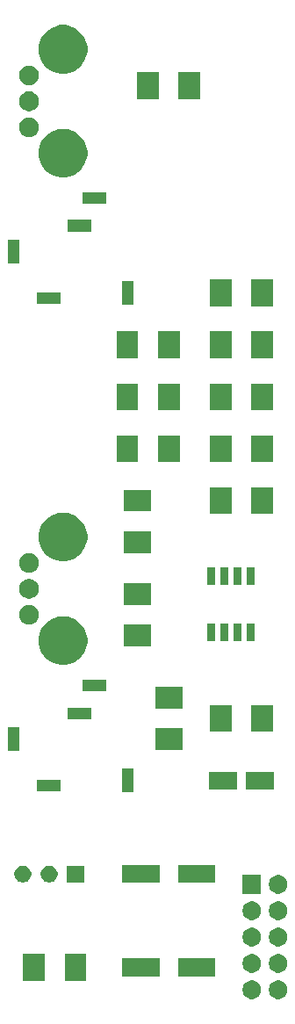
<source format=gbr>
G04 #@! TF.GenerationSoftware,KiCad,Pcbnew,(5.1.5)-3*
G04 #@! TF.CreationDate,2020-08-14T09:08:36-07:00*
G04 #@! TF.ProjectId,Noise_Gen,4e6f6973-655f-4476-956e-2e6b69636164,rev?*
G04 #@! TF.SameCoordinates,Original*
G04 #@! TF.FileFunction,Soldermask,Top*
G04 #@! TF.FilePolarity,Negative*
%FSLAX46Y46*%
G04 Gerber Fmt 4.6, Leading zero omitted, Abs format (unit mm)*
G04 Created by KiCad (PCBNEW (5.1.5)-3) date 2020-08-14 09:08:36*
%MOMM*%
%LPD*%
G04 APERTURE LIST*
%ADD10C,0.100000*%
G04 APERTURE END LIST*
D10*
G36*
X27653512Y-96263927D02*
G01*
X27802812Y-96293624D01*
X27966784Y-96361544D01*
X28114354Y-96460147D01*
X28239853Y-96585646D01*
X28338456Y-96733216D01*
X28406376Y-96897188D01*
X28441000Y-97071259D01*
X28441000Y-97248741D01*
X28406376Y-97422812D01*
X28338456Y-97586784D01*
X28239853Y-97734354D01*
X28114354Y-97859853D01*
X27966784Y-97958456D01*
X27802812Y-98026376D01*
X27653512Y-98056073D01*
X27628742Y-98061000D01*
X27451258Y-98061000D01*
X27426488Y-98056073D01*
X27277188Y-98026376D01*
X27113216Y-97958456D01*
X26965646Y-97859853D01*
X26840147Y-97734354D01*
X26741544Y-97586784D01*
X26673624Y-97422812D01*
X26639000Y-97248741D01*
X26639000Y-97071259D01*
X26673624Y-96897188D01*
X26741544Y-96733216D01*
X26840147Y-96585646D01*
X26965646Y-96460147D01*
X27113216Y-96361544D01*
X27277188Y-96293624D01*
X27426488Y-96263927D01*
X27451258Y-96259000D01*
X27628742Y-96259000D01*
X27653512Y-96263927D01*
G37*
G36*
X25113512Y-96263927D02*
G01*
X25262812Y-96293624D01*
X25426784Y-96361544D01*
X25574354Y-96460147D01*
X25699853Y-96585646D01*
X25798456Y-96733216D01*
X25866376Y-96897188D01*
X25901000Y-97071259D01*
X25901000Y-97248741D01*
X25866376Y-97422812D01*
X25798456Y-97586784D01*
X25699853Y-97734354D01*
X25574354Y-97859853D01*
X25426784Y-97958456D01*
X25262812Y-98026376D01*
X25113512Y-98056073D01*
X25088742Y-98061000D01*
X24911258Y-98061000D01*
X24886488Y-98056073D01*
X24737188Y-98026376D01*
X24573216Y-97958456D01*
X24425646Y-97859853D01*
X24300147Y-97734354D01*
X24201544Y-97586784D01*
X24133624Y-97422812D01*
X24099000Y-97248741D01*
X24099000Y-97071259D01*
X24133624Y-96897188D01*
X24201544Y-96733216D01*
X24300147Y-96585646D01*
X24425646Y-96460147D01*
X24573216Y-96361544D01*
X24737188Y-96293624D01*
X24886488Y-96263927D01*
X24911258Y-96259000D01*
X25088742Y-96259000D01*
X25113512Y-96263927D01*
G37*
G36*
X9051000Y-96301000D02*
G01*
X6949000Y-96301000D01*
X6949000Y-93699000D01*
X9051000Y-93699000D01*
X9051000Y-96301000D01*
G37*
G36*
X5051000Y-96301000D02*
G01*
X2949000Y-96301000D01*
X2949000Y-93699000D01*
X5051000Y-93699000D01*
X5051000Y-96301000D01*
G37*
G36*
X16101000Y-95851000D02*
G01*
X12499000Y-95851000D01*
X12499000Y-94149000D01*
X16101000Y-94149000D01*
X16101000Y-95851000D01*
G37*
G36*
X21501000Y-95851000D02*
G01*
X17899000Y-95851000D01*
X17899000Y-94149000D01*
X21501000Y-94149000D01*
X21501000Y-95851000D01*
G37*
G36*
X25113512Y-93723927D02*
G01*
X25262812Y-93753624D01*
X25426784Y-93821544D01*
X25574354Y-93920147D01*
X25699853Y-94045646D01*
X25798456Y-94193216D01*
X25866376Y-94357188D01*
X25901000Y-94531259D01*
X25901000Y-94708741D01*
X25866376Y-94882812D01*
X25798456Y-95046784D01*
X25699853Y-95194354D01*
X25574354Y-95319853D01*
X25426784Y-95418456D01*
X25262812Y-95486376D01*
X25113512Y-95516073D01*
X25088742Y-95521000D01*
X24911258Y-95521000D01*
X24886488Y-95516073D01*
X24737188Y-95486376D01*
X24573216Y-95418456D01*
X24425646Y-95319853D01*
X24300147Y-95194354D01*
X24201544Y-95046784D01*
X24133624Y-94882812D01*
X24099000Y-94708741D01*
X24099000Y-94531259D01*
X24133624Y-94357188D01*
X24201544Y-94193216D01*
X24300147Y-94045646D01*
X24425646Y-93920147D01*
X24573216Y-93821544D01*
X24737188Y-93753624D01*
X24886488Y-93723927D01*
X24911258Y-93719000D01*
X25088742Y-93719000D01*
X25113512Y-93723927D01*
G37*
G36*
X27653512Y-93723927D02*
G01*
X27802812Y-93753624D01*
X27966784Y-93821544D01*
X28114354Y-93920147D01*
X28239853Y-94045646D01*
X28338456Y-94193216D01*
X28406376Y-94357188D01*
X28441000Y-94531259D01*
X28441000Y-94708741D01*
X28406376Y-94882812D01*
X28338456Y-95046784D01*
X28239853Y-95194354D01*
X28114354Y-95319853D01*
X27966784Y-95418456D01*
X27802812Y-95486376D01*
X27653512Y-95516073D01*
X27628742Y-95521000D01*
X27451258Y-95521000D01*
X27426488Y-95516073D01*
X27277188Y-95486376D01*
X27113216Y-95418456D01*
X26965646Y-95319853D01*
X26840147Y-95194354D01*
X26741544Y-95046784D01*
X26673624Y-94882812D01*
X26639000Y-94708741D01*
X26639000Y-94531259D01*
X26673624Y-94357188D01*
X26741544Y-94193216D01*
X26840147Y-94045646D01*
X26965646Y-93920147D01*
X27113216Y-93821544D01*
X27277188Y-93753624D01*
X27426488Y-93723927D01*
X27451258Y-93719000D01*
X27628742Y-93719000D01*
X27653512Y-93723927D01*
G37*
G36*
X25113512Y-91183927D02*
G01*
X25262812Y-91213624D01*
X25426784Y-91281544D01*
X25574354Y-91380147D01*
X25699853Y-91505646D01*
X25798456Y-91653216D01*
X25866376Y-91817188D01*
X25901000Y-91991259D01*
X25901000Y-92168741D01*
X25866376Y-92342812D01*
X25798456Y-92506784D01*
X25699853Y-92654354D01*
X25574354Y-92779853D01*
X25426784Y-92878456D01*
X25262812Y-92946376D01*
X25113512Y-92976073D01*
X25088742Y-92981000D01*
X24911258Y-92981000D01*
X24886488Y-92976073D01*
X24737188Y-92946376D01*
X24573216Y-92878456D01*
X24425646Y-92779853D01*
X24300147Y-92654354D01*
X24201544Y-92506784D01*
X24133624Y-92342812D01*
X24099000Y-92168741D01*
X24099000Y-91991259D01*
X24133624Y-91817188D01*
X24201544Y-91653216D01*
X24300147Y-91505646D01*
X24425646Y-91380147D01*
X24573216Y-91281544D01*
X24737188Y-91213624D01*
X24886488Y-91183927D01*
X24911258Y-91179000D01*
X25088742Y-91179000D01*
X25113512Y-91183927D01*
G37*
G36*
X27653512Y-91183927D02*
G01*
X27802812Y-91213624D01*
X27966784Y-91281544D01*
X28114354Y-91380147D01*
X28239853Y-91505646D01*
X28338456Y-91653216D01*
X28406376Y-91817188D01*
X28441000Y-91991259D01*
X28441000Y-92168741D01*
X28406376Y-92342812D01*
X28338456Y-92506784D01*
X28239853Y-92654354D01*
X28114354Y-92779853D01*
X27966784Y-92878456D01*
X27802812Y-92946376D01*
X27653512Y-92976073D01*
X27628742Y-92981000D01*
X27451258Y-92981000D01*
X27426488Y-92976073D01*
X27277188Y-92946376D01*
X27113216Y-92878456D01*
X26965646Y-92779853D01*
X26840147Y-92654354D01*
X26741544Y-92506784D01*
X26673624Y-92342812D01*
X26639000Y-92168741D01*
X26639000Y-91991259D01*
X26673624Y-91817188D01*
X26741544Y-91653216D01*
X26840147Y-91505646D01*
X26965646Y-91380147D01*
X27113216Y-91281544D01*
X27277188Y-91213624D01*
X27426488Y-91183927D01*
X27451258Y-91179000D01*
X27628742Y-91179000D01*
X27653512Y-91183927D01*
G37*
G36*
X25113512Y-88643927D02*
G01*
X25262812Y-88673624D01*
X25426784Y-88741544D01*
X25574354Y-88840147D01*
X25699853Y-88965646D01*
X25798456Y-89113216D01*
X25866376Y-89277188D01*
X25901000Y-89451259D01*
X25901000Y-89628741D01*
X25866376Y-89802812D01*
X25798456Y-89966784D01*
X25699853Y-90114354D01*
X25574354Y-90239853D01*
X25426784Y-90338456D01*
X25262812Y-90406376D01*
X25113512Y-90436073D01*
X25088742Y-90441000D01*
X24911258Y-90441000D01*
X24886488Y-90436073D01*
X24737188Y-90406376D01*
X24573216Y-90338456D01*
X24425646Y-90239853D01*
X24300147Y-90114354D01*
X24201544Y-89966784D01*
X24133624Y-89802812D01*
X24099000Y-89628741D01*
X24099000Y-89451259D01*
X24133624Y-89277188D01*
X24201544Y-89113216D01*
X24300147Y-88965646D01*
X24425646Y-88840147D01*
X24573216Y-88741544D01*
X24737188Y-88673624D01*
X24886488Y-88643927D01*
X24911258Y-88639000D01*
X25088742Y-88639000D01*
X25113512Y-88643927D01*
G37*
G36*
X27653512Y-88643927D02*
G01*
X27802812Y-88673624D01*
X27966784Y-88741544D01*
X28114354Y-88840147D01*
X28239853Y-88965646D01*
X28338456Y-89113216D01*
X28406376Y-89277188D01*
X28441000Y-89451259D01*
X28441000Y-89628741D01*
X28406376Y-89802812D01*
X28338456Y-89966784D01*
X28239853Y-90114354D01*
X28114354Y-90239853D01*
X27966784Y-90338456D01*
X27802812Y-90406376D01*
X27653512Y-90436073D01*
X27628742Y-90441000D01*
X27451258Y-90441000D01*
X27426488Y-90436073D01*
X27277188Y-90406376D01*
X27113216Y-90338456D01*
X26965646Y-90239853D01*
X26840147Y-90114354D01*
X26741544Y-89966784D01*
X26673624Y-89802812D01*
X26639000Y-89628741D01*
X26639000Y-89451259D01*
X26673624Y-89277188D01*
X26741544Y-89113216D01*
X26840147Y-88965646D01*
X26965646Y-88840147D01*
X27113216Y-88741544D01*
X27277188Y-88673624D01*
X27426488Y-88643927D01*
X27451258Y-88639000D01*
X27628742Y-88639000D01*
X27653512Y-88643927D01*
G37*
G36*
X25901000Y-87901000D02*
G01*
X24099000Y-87901000D01*
X24099000Y-86099000D01*
X25901000Y-86099000D01*
X25901000Y-87901000D01*
G37*
G36*
X27653512Y-86103927D02*
G01*
X27802812Y-86133624D01*
X27966784Y-86201544D01*
X28114354Y-86300147D01*
X28239853Y-86425646D01*
X28338456Y-86573216D01*
X28406376Y-86737188D01*
X28441000Y-86911259D01*
X28441000Y-87088741D01*
X28406376Y-87262812D01*
X28338456Y-87426784D01*
X28239853Y-87574354D01*
X28114354Y-87699853D01*
X27966784Y-87798456D01*
X27802812Y-87866376D01*
X27653512Y-87896073D01*
X27628742Y-87901000D01*
X27451258Y-87901000D01*
X27426488Y-87896073D01*
X27277188Y-87866376D01*
X27113216Y-87798456D01*
X26965646Y-87699853D01*
X26840147Y-87574354D01*
X26741544Y-87426784D01*
X26673624Y-87262812D01*
X26639000Y-87088741D01*
X26639000Y-86911259D01*
X26673624Y-86737188D01*
X26741544Y-86573216D01*
X26840147Y-86425646D01*
X26965646Y-86300147D01*
X27113216Y-86201544D01*
X27277188Y-86133624D01*
X27426488Y-86103927D01*
X27451258Y-86099000D01*
X27628742Y-86099000D01*
X27653512Y-86103927D01*
G37*
G36*
X16101000Y-86851000D02*
G01*
X12499000Y-86851000D01*
X12499000Y-85149000D01*
X16101000Y-85149000D01*
X16101000Y-86851000D01*
G37*
G36*
X21501000Y-86851000D02*
G01*
X17899000Y-86851000D01*
X17899000Y-85149000D01*
X21501000Y-85149000D01*
X21501000Y-86851000D01*
G37*
G36*
X8811000Y-86811000D02*
G01*
X7189000Y-86811000D01*
X7189000Y-85189000D01*
X8811000Y-85189000D01*
X8811000Y-86811000D01*
G37*
G36*
X3156560Y-85220166D02*
G01*
X3304153Y-85281301D01*
X3436982Y-85370055D01*
X3549945Y-85483018D01*
X3638699Y-85615847D01*
X3699834Y-85763440D01*
X3731000Y-85920123D01*
X3731000Y-86079877D01*
X3699834Y-86236560D01*
X3638699Y-86384153D01*
X3549945Y-86516982D01*
X3436982Y-86629945D01*
X3304153Y-86718699D01*
X3304152Y-86718700D01*
X3304151Y-86718700D01*
X3156560Y-86779834D01*
X2999878Y-86811000D01*
X2840122Y-86811000D01*
X2683440Y-86779834D01*
X2535849Y-86718700D01*
X2535848Y-86718700D01*
X2535847Y-86718699D01*
X2403018Y-86629945D01*
X2290055Y-86516982D01*
X2201301Y-86384153D01*
X2140166Y-86236560D01*
X2109000Y-86079877D01*
X2109000Y-85920123D01*
X2140166Y-85763440D01*
X2201301Y-85615847D01*
X2290055Y-85483018D01*
X2403018Y-85370055D01*
X2535847Y-85281301D01*
X2683440Y-85220166D01*
X2840122Y-85189000D01*
X2999878Y-85189000D01*
X3156560Y-85220166D01*
G37*
G36*
X5696560Y-85220166D02*
G01*
X5844153Y-85281301D01*
X5976982Y-85370055D01*
X6089945Y-85483018D01*
X6178699Y-85615847D01*
X6239834Y-85763440D01*
X6271000Y-85920123D01*
X6271000Y-86079877D01*
X6239834Y-86236560D01*
X6178699Y-86384153D01*
X6089945Y-86516982D01*
X5976982Y-86629945D01*
X5844153Y-86718699D01*
X5844152Y-86718700D01*
X5844151Y-86718700D01*
X5696560Y-86779834D01*
X5539878Y-86811000D01*
X5380122Y-86811000D01*
X5223440Y-86779834D01*
X5075849Y-86718700D01*
X5075848Y-86718700D01*
X5075847Y-86718699D01*
X4943018Y-86629945D01*
X4830055Y-86516982D01*
X4741301Y-86384153D01*
X4680166Y-86236560D01*
X4649000Y-86079877D01*
X4649000Y-85920123D01*
X4680166Y-85763440D01*
X4741301Y-85615847D01*
X4830055Y-85483018D01*
X4943018Y-85370055D01*
X5075847Y-85281301D01*
X5223440Y-85220166D01*
X5380122Y-85189000D01*
X5539878Y-85189000D01*
X5696560Y-85220166D01*
G37*
G36*
X13551000Y-78151000D02*
G01*
X12449000Y-78151000D01*
X12449000Y-75849000D01*
X13551000Y-75849000D01*
X13551000Y-78151000D01*
G37*
G36*
X6551000Y-78051000D02*
G01*
X4249000Y-78051000D01*
X4249000Y-76949000D01*
X6551000Y-76949000D01*
X6551000Y-78051000D01*
G37*
G36*
X27151000Y-77851000D02*
G01*
X24449000Y-77851000D01*
X24449000Y-76149000D01*
X27151000Y-76149000D01*
X27151000Y-77851000D01*
G37*
G36*
X23551000Y-77851000D02*
G01*
X20849000Y-77851000D01*
X20849000Y-76149000D01*
X23551000Y-76149000D01*
X23551000Y-77851000D01*
G37*
G36*
X2551000Y-74151000D02*
G01*
X1449000Y-74151000D01*
X1449000Y-71849000D01*
X2551000Y-71849000D01*
X2551000Y-74151000D01*
G37*
G36*
X18301000Y-74051000D02*
G01*
X15699000Y-74051000D01*
X15699000Y-71949000D01*
X18301000Y-71949000D01*
X18301000Y-74051000D01*
G37*
G36*
X27051000Y-72301000D02*
G01*
X24949000Y-72301000D01*
X24949000Y-69699000D01*
X27051000Y-69699000D01*
X27051000Y-72301000D01*
G37*
G36*
X23051000Y-72301000D02*
G01*
X20949000Y-72301000D01*
X20949000Y-69699000D01*
X23051000Y-69699000D01*
X23051000Y-72301000D01*
G37*
G36*
X9551000Y-71051000D02*
G01*
X7249000Y-71051000D01*
X7249000Y-69949000D01*
X9551000Y-69949000D01*
X9551000Y-71051000D01*
G37*
G36*
X18301000Y-70051000D02*
G01*
X15699000Y-70051000D01*
X15699000Y-67949000D01*
X18301000Y-67949000D01*
X18301000Y-70051000D01*
G37*
G36*
X10951000Y-68351000D02*
G01*
X8649000Y-68351000D01*
X8649000Y-67249000D01*
X10951000Y-67249000D01*
X10951000Y-68351000D01*
G37*
G36*
X7334358Y-61209232D02*
G01*
X7485761Y-61239348D01*
X7913616Y-61416571D01*
X8298675Y-61673859D01*
X8626141Y-62001325D01*
X8883429Y-62386384D01*
X9060652Y-62814239D01*
X9151000Y-63268447D01*
X9151000Y-63731553D01*
X9060652Y-64185761D01*
X8883429Y-64613616D01*
X8626141Y-64998675D01*
X8298675Y-65326141D01*
X7913616Y-65583429D01*
X7485761Y-65760652D01*
X7334358Y-65790768D01*
X7031555Y-65851000D01*
X6568445Y-65851000D01*
X6265642Y-65790768D01*
X6114239Y-65760652D01*
X5686384Y-65583429D01*
X5301325Y-65326141D01*
X4973859Y-64998675D01*
X4716571Y-64613616D01*
X4539348Y-64185761D01*
X4449000Y-63731553D01*
X4449000Y-63268447D01*
X4539348Y-62814239D01*
X4716571Y-62386384D01*
X4973859Y-62001325D01*
X5301325Y-61673859D01*
X5686384Y-61416571D01*
X6114239Y-61239348D01*
X6265642Y-61209232D01*
X6568445Y-61149000D01*
X7031555Y-61149000D01*
X7334358Y-61209232D01*
G37*
G36*
X15301000Y-64051000D02*
G01*
X12699000Y-64051000D01*
X12699000Y-61949000D01*
X15301000Y-61949000D01*
X15301000Y-64051000D01*
G37*
G36*
X22716000Y-63526000D02*
G01*
X22014000Y-63526000D01*
X22014000Y-61874000D01*
X22716000Y-61874000D01*
X22716000Y-63526000D01*
G37*
G36*
X23986000Y-63526000D02*
G01*
X23284000Y-63526000D01*
X23284000Y-61874000D01*
X23986000Y-61874000D01*
X23986000Y-63526000D01*
G37*
G36*
X25256000Y-63526000D02*
G01*
X24554000Y-63526000D01*
X24554000Y-61874000D01*
X25256000Y-61874000D01*
X25256000Y-63526000D01*
G37*
G36*
X21446000Y-63526000D02*
G01*
X20744000Y-63526000D01*
X20744000Y-61874000D01*
X21446000Y-61874000D01*
X21446000Y-63526000D01*
G37*
G36*
X3777395Y-60085546D02*
G01*
X3950466Y-60157234D01*
X3950467Y-60157235D01*
X4106227Y-60261310D01*
X4238690Y-60393773D01*
X4238691Y-60393775D01*
X4342766Y-60549534D01*
X4414454Y-60722605D01*
X4451000Y-60906333D01*
X4451000Y-61093667D01*
X4414454Y-61277395D01*
X4342766Y-61450466D01*
X4342765Y-61450467D01*
X4238690Y-61606227D01*
X4106227Y-61738690D01*
X4027818Y-61791081D01*
X3950466Y-61842766D01*
X3777395Y-61914454D01*
X3593667Y-61951000D01*
X3406333Y-61951000D01*
X3222605Y-61914454D01*
X3049534Y-61842766D01*
X2972182Y-61791081D01*
X2893773Y-61738690D01*
X2761310Y-61606227D01*
X2657235Y-61450467D01*
X2657234Y-61450466D01*
X2585546Y-61277395D01*
X2549000Y-61093667D01*
X2549000Y-60906333D01*
X2585546Y-60722605D01*
X2657234Y-60549534D01*
X2761309Y-60393775D01*
X2761310Y-60393773D01*
X2893773Y-60261310D01*
X3049533Y-60157235D01*
X3049534Y-60157234D01*
X3222605Y-60085546D01*
X3406333Y-60049000D01*
X3593667Y-60049000D01*
X3777395Y-60085546D01*
G37*
G36*
X15301000Y-60051000D02*
G01*
X12699000Y-60051000D01*
X12699000Y-57949000D01*
X15301000Y-57949000D01*
X15301000Y-60051000D01*
G37*
G36*
X3777395Y-57585546D02*
G01*
X3950466Y-57657234D01*
X3950467Y-57657235D01*
X4106227Y-57761310D01*
X4238690Y-57893773D01*
X4238691Y-57893775D01*
X4342766Y-58049534D01*
X4414454Y-58222605D01*
X4451000Y-58406333D01*
X4451000Y-58593667D01*
X4414454Y-58777395D01*
X4342766Y-58950466D01*
X4342765Y-58950467D01*
X4238690Y-59106227D01*
X4106227Y-59238690D01*
X4027818Y-59291081D01*
X3950466Y-59342766D01*
X3777395Y-59414454D01*
X3593667Y-59451000D01*
X3406333Y-59451000D01*
X3222605Y-59414454D01*
X3049534Y-59342766D01*
X2972182Y-59291081D01*
X2893773Y-59238690D01*
X2761310Y-59106227D01*
X2657235Y-58950467D01*
X2657234Y-58950466D01*
X2585546Y-58777395D01*
X2549000Y-58593667D01*
X2549000Y-58406333D01*
X2585546Y-58222605D01*
X2657234Y-58049534D01*
X2761309Y-57893775D01*
X2761310Y-57893773D01*
X2893773Y-57761310D01*
X3049533Y-57657235D01*
X3049534Y-57657234D01*
X3222605Y-57585546D01*
X3406333Y-57549000D01*
X3593667Y-57549000D01*
X3777395Y-57585546D01*
G37*
G36*
X25256000Y-58126000D02*
G01*
X24554000Y-58126000D01*
X24554000Y-56474000D01*
X25256000Y-56474000D01*
X25256000Y-58126000D01*
G37*
G36*
X21446000Y-58126000D02*
G01*
X20744000Y-58126000D01*
X20744000Y-56474000D01*
X21446000Y-56474000D01*
X21446000Y-58126000D01*
G37*
G36*
X22716000Y-58126000D02*
G01*
X22014000Y-58126000D01*
X22014000Y-56474000D01*
X22716000Y-56474000D01*
X22716000Y-58126000D01*
G37*
G36*
X23986000Y-58126000D02*
G01*
X23284000Y-58126000D01*
X23284000Y-56474000D01*
X23986000Y-56474000D01*
X23986000Y-58126000D01*
G37*
G36*
X3777395Y-55085546D02*
G01*
X3950466Y-55157234D01*
X3950467Y-55157235D01*
X4106227Y-55261310D01*
X4238690Y-55393773D01*
X4238691Y-55393775D01*
X4342766Y-55549534D01*
X4414454Y-55722605D01*
X4451000Y-55906333D01*
X4451000Y-56093667D01*
X4414454Y-56277395D01*
X4342766Y-56450466D01*
X4342765Y-56450467D01*
X4238690Y-56606227D01*
X4106227Y-56738690D01*
X4027818Y-56791081D01*
X3950466Y-56842766D01*
X3777395Y-56914454D01*
X3593667Y-56951000D01*
X3406333Y-56951000D01*
X3222605Y-56914454D01*
X3049534Y-56842766D01*
X2972182Y-56791081D01*
X2893773Y-56738690D01*
X2761310Y-56606227D01*
X2657235Y-56450467D01*
X2657234Y-56450466D01*
X2585546Y-56277395D01*
X2549000Y-56093667D01*
X2549000Y-55906333D01*
X2585546Y-55722605D01*
X2657234Y-55549534D01*
X2761309Y-55393775D01*
X2761310Y-55393773D01*
X2893773Y-55261310D01*
X3049533Y-55157235D01*
X3049534Y-55157234D01*
X3222605Y-55085546D01*
X3406333Y-55049000D01*
X3593667Y-55049000D01*
X3777395Y-55085546D01*
G37*
G36*
X7334358Y-51209232D02*
G01*
X7485761Y-51239348D01*
X7913616Y-51416571D01*
X8298675Y-51673859D01*
X8626141Y-52001325D01*
X8883429Y-52386384D01*
X9060652Y-52814239D01*
X9151000Y-53268447D01*
X9151000Y-53731553D01*
X9060652Y-54185761D01*
X8883429Y-54613616D01*
X8626141Y-54998675D01*
X8298675Y-55326141D01*
X7913616Y-55583429D01*
X7485761Y-55760652D01*
X7334358Y-55790768D01*
X7031555Y-55851000D01*
X6568445Y-55851000D01*
X6265642Y-55790768D01*
X6114239Y-55760652D01*
X5686384Y-55583429D01*
X5301325Y-55326141D01*
X4973859Y-54998675D01*
X4716571Y-54613616D01*
X4539348Y-54185761D01*
X4449000Y-53731553D01*
X4449000Y-53268447D01*
X4539348Y-52814239D01*
X4716571Y-52386384D01*
X4973859Y-52001325D01*
X5301325Y-51673859D01*
X5686384Y-51416571D01*
X6114239Y-51239348D01*
X6265642Y-51209232D01*
X6568445Y-51149000D01*
X7031555Y-51149000D01*
X7334358Y-51209232D01*
G37*
G36*
X15301000Y-55051000D02*
G01*
X12699000Y-55051000D01*
X12699000Y-52949000D01*
X15301000Y-52949000D01*
X15301000Y-55051000D01*
G37*
G36*
X27051000Y-51301000D02*
G01*
X24949000Y-51301000D01*
X24949000Y-48699000D01*
X27051000Y-48699000D01*
X27051000Y-51301000D01*
G37*
G36*
X23051000Y-51301000D02*
G01*
X20949000Y-51301000D01*
X20949000Y-48699000D01*
X23051000Y-48699000D01*
X23051000Y-51301000D01*
G37*
G36*
X15301000Y-51051000D02*
G01*
X12699000Y-51051000D01*
X12699000Y-48949000D01*
X15301000Y-48949000D01*
X15301000Y-51051000D01*
G37*
G36*
X14051000Y-46301000D02*
G01*
X11949000Y-46301000D01*
X11949000Y-43699000D01*
X14051000Y-43699000D01*
X14051000Y-46301000D01*
G37*
G36*
X18051000Y-46301000D02*
G01*
X15949000Y-46301000D01*
X15949000Y-43699000D01*
X18051000Y-43699000D01*
X18051000Y-46301000D01*
G37*
G36*
X27051000Y-46301000D02*
G01*
X24949000Y-46301000D01*
X24949000Y-43699000D01*
X27051000Y-43699000D01*
X27051000Y-46301000D01*
G37*
G36*
X23051000Y-46301000D02*
G01*
X20949000Y-46301000D01*
X20949000Y-43699000D01*
X23051000Y-43699000D01*
X23051000Y-46301000D01*
G37*
G36*
X23051000Y-41301000D02*
G01*
X20949000Y-41301000D01*
X20949000Y-38699000D01*
X23051000Y-38699000D01*
X23051000Y-41301000D01*
G37*
G36*
X14051000Y-41301000D02*
G01*
X11949000Y-41301000D01*
X11949000Y-38699000D01*
X14051000Y-38699000D01*
X14051000Y-41301000D01*
G37*
G36*
X27051000Y-41301000D02*
G01*
X24949000Y-41301000D01*
X24949000Y-38699000D01*
X27051000Y-38699000D01*
X27051000Y-41301000D01*
G37*
G36*
X18051000Y-41301000D02*
G01*
X15949000Y-41301000D01*
X15949000Y-38699000D01*
X18051000Y-38699000D01*
X18051000Y-41301000D01*
G37*
G36*
X27051000Y-36301000D02*
G01*
X24949000Y-36301000D01*
X24949000Y-33699000D01*
X27051000Y-33699000D01*
X27051000Y-36301000D01*
G37*
G36*
X23051000Y-36301000D02*
G01*
X20949000Y-36301000D01*
X20949000Y-33699000D01*
X23051000Y-33699000D01*
X23051000Y-36301000D01*
G37*
G36*
X14051000Y-36301000D02*
G01*
X11949000Y-36301000D01*
X11949000Y-33699000D01*
X14051000Y-33699000D01*
X14051000Y-36301000D01*
G37*
G36*
X18051000Y-36301000D02*
G01*
X15949000Y-36301000D01*
X15949000Y-33699000D01*
X18051000Y-33699000D01*
X18051000Y-36301000D01*
G37*
G36*
X23051000Y-31301000D02*
G01*
X20949000Y-31301000D01*
X20949000Y-28699000D01*
X23051000Y-28699000D01*
X23051000Y-31301000D01*
G37*
G36*
X27051000Y-31301000D02*
G01*
X24949000Y-31301000D01*
X24949000Y-28699000D01*
X27051000Y-28699000D01*
X27051000Y-31301000D01*
G37*
G36*
X13551000Y-31151000D02*
G01*
X12449000Y-31151000D01*
X12449000Y-28849000D01*
X13551000Y-28849000D01*
X13551000Y-31151000D01*
G37*
G36*
X6551000Y-31051000D02*
G01*
X4249000Y-31051000D01*
X4249000Y-29949000D01*
X6551000Y-29949000D01*
X6551000Y-31051000D01*
G37*
G36*
X2551000Y-27151000D02*
G01*
X1449000Y-27151000D01*
X1449000Y-24849000D01*
X2551000Y-24849000D01*
X2551000Y-27151000D01*
G37*
G36*
X9551000Y-24051000D02*
G01*
X7249000Y-24051000D01*
X7249000Y-22949000D01*
X9551000Y-22949000D01*
X9551000Y-24051000D01*
G37*
G36*
X10951000Y-21351000D02*
G01*
X8649000Y-21351000D01*
X8649000Y-20249000D01*
X10951000Y-20249000D01*
X10951000Y-21351000D01*
G37*
G36*
X7334358Y-14209232D02*
G01*
X7485761Y-14239348D01*
X7913616Y-14416571D01*
X8298675Y-14673859D01*
X8626141Y-15001325D01*
X8883429Y-15386384D01*
X9060652Y-15814239D01*
X9151000Y-16268447D01*
X9151000Y-16731553D01*
X9060652Y-17185761D01*
X8883429Y-17613616D01*
X8626141Y-17998675D01*
X8298675Y-18326141D01*
X7913616Y-18583429D01*
X7485761Y-18760652D01*
X7334358Y-18790768D01*
X7031555Y-18851000D01*
X6568445Y-18851000D01*
X6265642Y-18790768D01*
X6114239Y-18760652D01*
X5686384Y-18583429D01*
X5301325Y-18326141D01*
X4973859Y-17998675D01*
X4716571Y-17613616D01*
X4539348Y-17185761D01*
X4449000Y-16731553D01*
X4449000Y-16268447D01*
X4539348Y-15814239D01*
X4716571Y-15386384D01*
X4973859Y-15001325D01*
X5301325Y-14673859D01*
X5686384Y-14416571D01*
X6114239Y-14239348D01*
X6265642Y-14209232D01*
X6568445Y-14149000D01*
X7031555Y-14149000D01*
X7334358Y-14209232D01*
G37*
G36*
X3777395Y-13085546D02*
G01*
X3950466Y-13157234D01*
X3950467Y-13157235D01*
X4106227Y-13261310D01*
X4238690Y-13393773D01*
X4238691Y-13393775D01*
X4342766Y-13549534D01*
X4414454Y-13722605D01*
X4451000Y-13906333D01*
X4451000Y-14093667D01*
X4414454Y-14277395D01*
X4342766Y-14450466D01*
X4342765Y-14450467D01*
X4238690Y-14606227D01*
X4106227Y-14738690D01*
X4027818Y-14791081D01*
X3950466Y-14842766D01*
X3777395Y-14914454D01*
X3593667Y-14951000D01*
X3406333Y-14951000D01*
X3222605Y-14914454D01*
X3049534Y-14842766D01*
X2972182Y-14791081D01*
X2893773Y-14738690D01*
X2761310Y-14606227D01*
X2657235Y-14450467D01*
X2657234Y-14450466D01*
X2585546Y-14277395D01*
X2549000Y-14093667D01*
X2549000Y-13906333D01*
X2585546Y-13722605D01*
X2657234Y-13549534D01*
X2761309Y-13393775D01*
X2761310Y-13393773D01*
X2893773Y-13261310D01*
X3049533Y-13157235D01*
X3049534Y-13157234D01*
X3222605Y-13085546D01*
X3406333Y-13049000D01*
X3593667Y-13049000D01*
X3777395Y-13085546D01*
G37*
G36*
X3777395Y-10585546D02*
G01*
X3950466Y-10657234D01*
X3950467Y-10657235D01*
X4106227Y-10761310D01*
X4238690Y-10893773D01*
X4238691Y-10893775D01*
X4342766Y-11049534D01*
X4414454Y-11222605D01*
X4451000Y-11406333D01*
X4451000Y-11593667D01*
X4414454Y-11777395D01*
X4342766Y-11950466D01*
X4342765Y-11950467D01*
X4238690Y-12106227D01*
X4106227Y-12238690D01*
X4027818Y-12291081D01*
X3950466Y-12342766D01*
X3777395Y-12414454D01*
X3593667Y-12451000D01*
X3406333Y-12451000D01*
X3222605Y-12414454D01*
X3049534Y-12342766D01*
X2972182Y-12291081D01*
X2893773Y-12238690D01*
X2761310Y-12106227D01*
X2657235Y-11950467D01*
X2657234Y-11950466D01*
X2585546Y-11777395D01*
X2549000Y-11593667D01*
X2549000Y-11406333D01*
X2585546Y-11222605D01*
X2657234Y-11049534D01*
X2761309Y-10893775D01*
X2761310Y-10893773D01*
X2893773Y-10761310D01*
X3049533Y-10657235D01*
X3049534Y-10657234D01*
X3222605Y-10585546D01*
X3406333Y-10549000D01*
X3593667Y-10549000D01*
X3777395Y-10585546D01*
G37*
G36*
X16051000Y-11301000D02*
G01*
X13949000Y-11301000D01*
X13949000Y-8699000D01*
X16051000Y-8699000D01*
X16051000Y-11301000D01*
G37*
G36*
X20051000Y-11301000D02*
G01*
X17949000Y-11301000D01*
X17949000Y-8699000D01*
X20051000Y-8699000D01*
X20051000Y-11301000D01*
G37*
G36*
X3777395Y-8085546D02*
G01*
X3950466Y-8157234D01*
X3950467Y-8157235D01*
X4106227Y-8261310D01*
X4238690Y-8393773D01*
X4238691Y-8393775D01*
X4342766Y-8549534D01*
X4414454Y-8722605D01*
X4451000Y-8906333D01*
X4451000Y-9093667D01*
X4414454Y-9277395D01*
X4342766Y-9450466D01*
X4342765Y-9450467D01*
X4238690Y-9606227D01*
X4106227Y-9738690D01*
X4027818Y-9791081D01*
X3950466Y-9842766D01*
X3777395Y-9914454D01*
X3593667Y-9951000D01*
X3406333Y-9951000D01*
X3222605Y-9914454D01*
X3049534Y-9842766D01*
X2972182Y-9791081D01*
X2893773Y-9738690D01*
X2761310Y-9606227D01*
X2657235Y-9450467D01*
X2657234Y-9450466D01*
X2585546Y-9277395D01*
X2549000Y-9093667D01*
X2549000Y-8906333D01*
X2585546Y-8722605D01*
X2657234Y-8549534D01*
X2761309Y-8393775D01*
X2761310Y-8393773D01*
X2893773Y-8261310D01*
X3049533Y-8157235D01*
X3049534Y-8157234D01*
X3222605Y-8085546D01*
X3406333Y-8049000D01*
X3593667Y-8049000D01*
X3777395Y-8085546D01*
G37*
G36*
X7334358Y-4209232D02*
G01*
X7485761Y-4239348D01*
X7913616Y-4416571D01*
X8298675Y-4673859D01*
X8626141Y-5001325D01*
X8883429Y-5386384D01*
X9060652Y-5814239D01*
X9151000Y-6268447D01*
X9151000Y-6731553D01*
X9060652Y-7185761D01*
X8883429Y-7613616D01*
X8626141Y-7998675D01*
X8298675Y-8326141D01*
X7913616Y-8583429D01*
X7485761Y-8760652D01*
X7334358Y-8790768D01*
X7031555Y-8851000D01*
X6568445Y-8851000D01*
X6265642Y-8790768D01*
X6114239Y-8760652D01*
X5686384Y-8583429D01*
X5301325Y-8326141D01*
X4973859Y-7998675D01*
X4716571Y-7613616D01*
X4539348Y-7185761D01*
X4449000Y-6731553D01*
X4449000Y-6268447D01*
X4539348Y-5814239D01*
X4716571Y-5386384D01*
X4973859Y-5001325D01*
X5301325Y-4673859D01*
X5686384Y-4416571D01*
X6114239Y-4239348D01*
X6265642Y-4209232D01*
X6568445Y-4149000D01*
X7031555Y-4149000D01*
X7334358Y-4209232D01*
G37*
M02*

</source>
